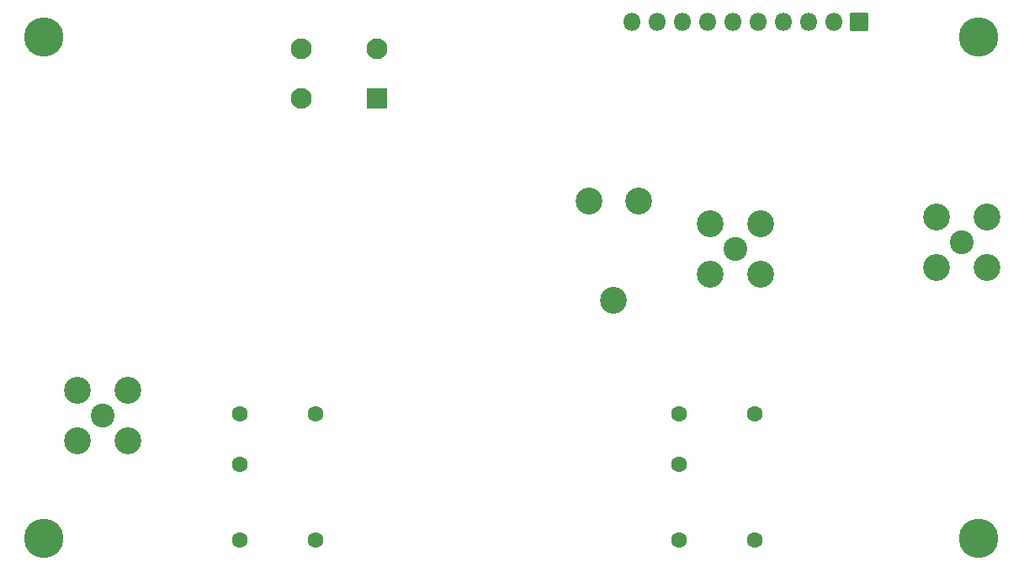
<source format=gbs>
%TF.GenerationSoftware,KiCad,Pcbnew,(6.0.6)*%
%TF.CreationDate,2023-01-28T17:13:45-04:00*%
%TF.ProjectId,DDS_FunctionGenerator,4444535f-4675-46e6-9374-696f6e47656e,rev?*%
%TF.SameCoordinates,Original*%
%TF.FileFunction,Soldermask,Bot*%
%TF.FilePolarity,Negative*%
%FSLAX46Y46*%
G04 Gerber Fmt 4.6, Leading zero omitted, Abs format (unit mm)*
G04 Created by KiCad (PCBNEW (6.0.6)) date 2023-01-28 17:13:45*
%MOMM*%
%LPD*%
G01*
G04 APERTURE LIST*
G04 Aperture macros list*
%AMRoundRect*
0 Rectangle with rounded corners*
0 $1 Rounding radius*
0 $2 $3 $4 $5 $6 $7 $8 $9 X,Y pos of 4 corners*
0 Add a 4 corners polygon primitive as box body*
4,1,4,$2,$3,$4,$5,$6,$7,$8,$9,$2,$3,0*
0 Add four circle primitives for the rounded corners*
1,1,$1+$1,$2,$3*
1,1,$1+$1,$4,$5*
1,1,$1+$1,$6,$7*
1,1,$1+$1,$8,$9*
0 Add four rect primitives between the rounded corners*
20,1,$1+$1,$2,$3,$4,$5,0*
20,1,$1+$1,$4,$5,$6,$7,0*
20,1,$1+$1,$6,$7,$8,$9,0*
20,1,$1+$1,$8,$9,$2,$3,0*%
G04 Aperture macros list end*
%ADD10C,1.600000*%
%ADD11C,2.400000*%
%ADD12C,2.700000*%
%ADD13C,3.960800*%
%ADD14C,2.100000*%
%ADD15RoundRect,0.050000X1.000000X1.000000X-1.000000X1.000000X-1.000000X-1.000000X1.000000X-1.000000X0*%
%ADD16RoundRect,0.050000X-0.850000X0.850000X-0.850000X-0.850000X0.850000X-0.850000X0.850000X0.850000X0*%
%ADD17O,1.800000X1.800000*%
G04 APERTURE END LIST*
D10*
%TO.C,K2*%
X104810000Y-107450000D03*
X104810000Y-120150000D03*
X97190000Y-120150000D03*
X97190000Y-112530000D03*
X97190000Y-107450000D03*
%TD*%
D11*
%TO.C,J3*%
X169800000Y-90170000D03*
D12*
X172340000Y-92710000D03*
X167260000Y-87630000D03*
X172340000Y-87630000D03*
X167260000Y-92710000D03*
%TD*%
D13*
%TO.C,H2*%
X171500000Y-69500000D03*
%TD*%
D11*
%TO.C,J5*%
X83400000Y-107600000D03*
D12*
X80860000Y-105060000D03*
X85940000Y-110140000D03*
X85940000Y-105060000D03*
X80860000Y-110140000D03*
%TD*%
D13*
%TO.C,H4*%
X77500000Y-69500000D03*
%TD*%
D12*
%TO.C,POT1*%
X137300000Y-86000000D03*
X132300000Y-86000000D03*
X134800000Y-96000000D03*
%TD*%
D14*
%TO.C,J1*%
X111010000Y-70700000D03*
D15*
X111010000Y-75700000D03*
D14*
X103390000Y-70700000D03*
X103390000Y-75700000D03*
%TD*%
D11*
%TO.C,J2*%
X147066000Y-90805000D03*
D12*
X144526000Y-93345000D03*
X149606000Y-93345000D03*
X149606000Y-88265000D03*
X144526000Y-88265000D03*
%TD*%
D13*
%TO.C,H1*%
X171500000Y-120000000D03*
%TD*%
D10*
%TO.C,K1*%
X149010000Y-107450000D03*
X149010000Y-120150000D03*
X141390000Y-120150000D03*
X141390000Y-112530000D03*
X141390000Y-107450000D03*
%TD*%
D13*
%TO.C,H3*%
X77500000Y-120000000D03*
%TD*%
D16*
%TO.C,J4*%
X159512000Y-68000000D03*
D17*
X156972000Y-68000000D03*
X154432000Y-68000000D03*
X151892000Y-68000000D03*
X149352000Y-68000000D03*
X146812000Y-68000000D03*
X144272000Y-68000000D03*
X141732000Y-68000000D03*
X139192000Y-68000000D03*
X136652000Y-68000000D03*
%TD*%
M02*

</source>
